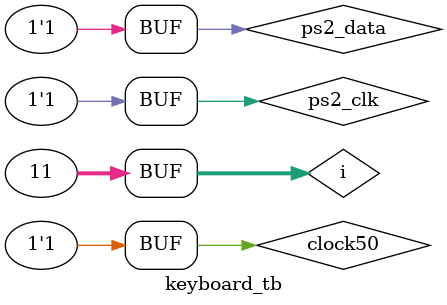
<source format=v>
`timescale 1ns/1ns

module keyboard_tb;

reg clock50, ps2_clk, ps2_data;
reg data[10:0];

wire ps2_code_new;
wire [7:0] LED;
integer i;


keyboard dut(
.clock50(clock50),
.ps2_clk(ps2_clk),
.ps2_data(ps2_data),
.ps2_code_new(ps2_code_new),
.LED(LED));


always
begin
clock50 <=0; #10;
clock50 <=1; #10;
end


initial begin
	clock50 <= 0;
//   ps2_clk <= 1;
   ps2_clk <= 0;
	ps2_data <= 1;
	data[0] <=1;
	data[1] <=1;
	data[2] <=0;
	data[3] <=1;
	data[4] <=1;
	data[5] <=1;
	data[6] <=0;
	data[7] <=0;
	data[8] <=0;
	data[9] <=0;
	data[10]<=1;
	#230000
	for(i=0; i<11;i=i+1) begin
//	ps2_data <=data[i]; #1003;
	ps2_clk  <=1; #50004;
	ps2_clk <=0; #50005;
	end
	ps2_clk <= 1; 

end


endmodule
</source>
